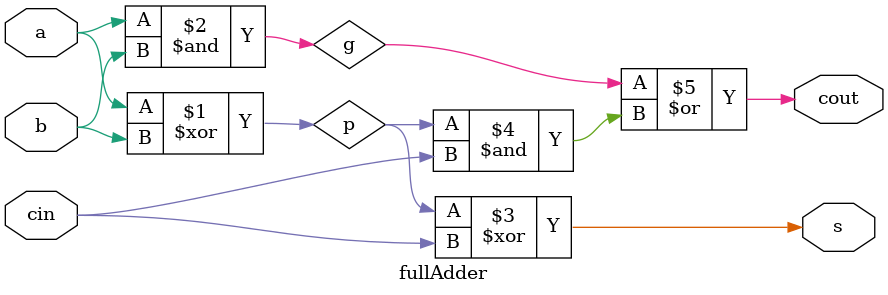
<source format=sv>
module fullAdder(input logic a, b, cin, 
				output logic s, cout);

	logic p, g;

	assign p = a ^ b;
	assign g = a & b;

	assign s = p ^ cin;
	assign cout = g | (p & cin);

endmodule // fullAdder
</source>
